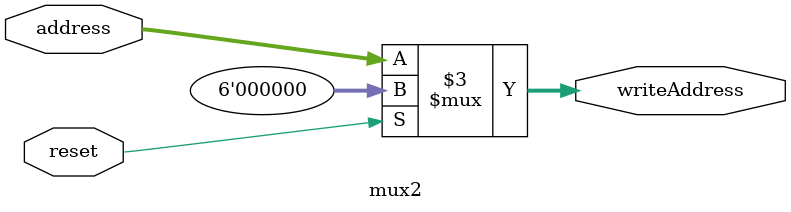
<source format=v>
module mux2(
	input [5:0] address,
	input reset,
	output reg [5:0] writeAddress
);

always@(*) begin
	if(reset) begin
		writeAddress = 0;
	end else begin
		writeAddress = address;
	end
end

endmodule


</source>
